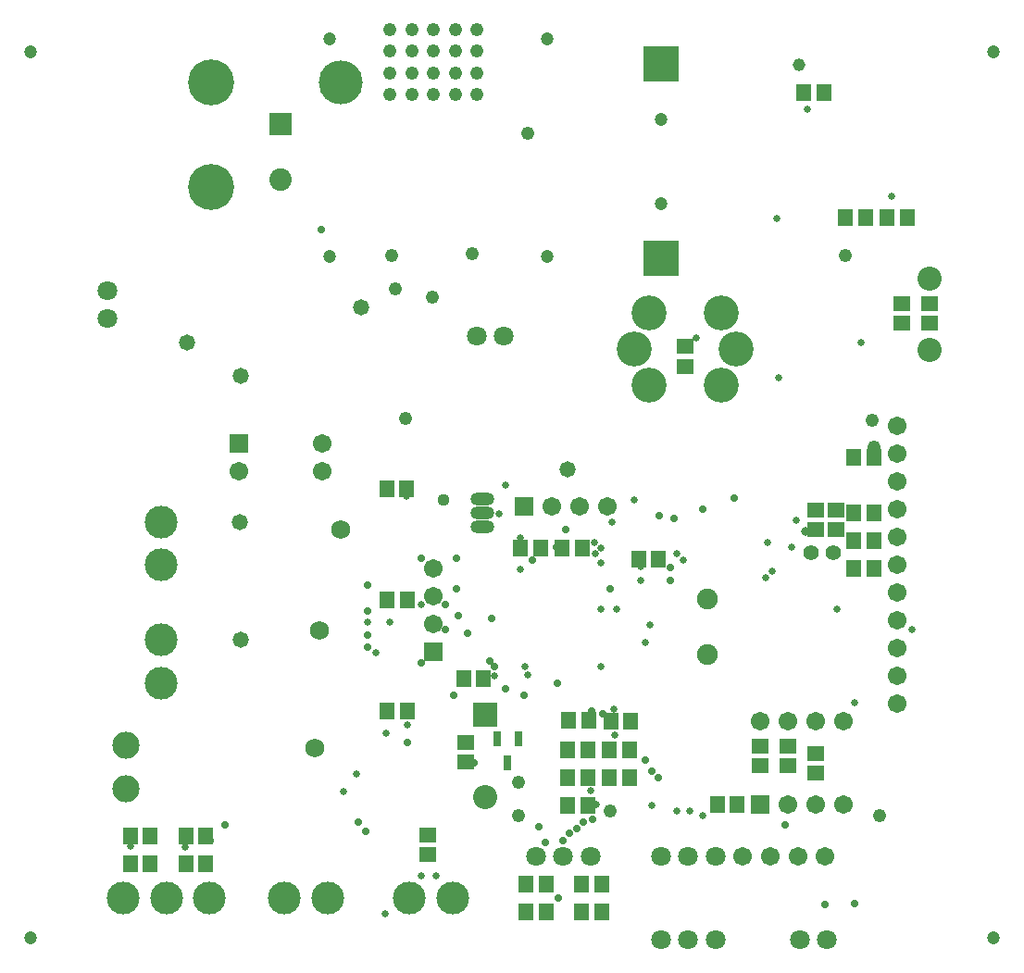
<source format=gbs>
%FSLAX25Y25*%
%MOIN*%
G70*
G01*
G75*
G04 Layer_Color=16711935*
%ADD10R,0.04134X0.09449*%
%ADD11R,0.41929X0.35039*%
%ADD12R,0.01181X0.05906*%
%ADD13R,0.05906X0.01181*%
%ADD14R,0.04724X0.05512*%
%ADD15R,0.07874X0.03937*%
%ADD16O,0.02756X0.09843*%
%ADD17R,0.02362X0.04528*%
%ADD18R,0.11221X0.08465*%
%ADD19R,0.08465X0.11221*%
%ADD20R,0.12992X0.09449*%
%ADD21R,0.03937X0.09449*%
%ADD22O,0.02362X0.08858*%
%ADD23O,0.08858X0.02362*%
%ADD24R,0.06693X0.06693*%
%ADD25R,0.05512X0.04724*%
%ADD26R,0.06693X0.06693*%
%ADD27O,0.00984X0.06102*%
%ADD28O,0.06102X0.00984*%
%ADD29R,0.23228X0.21654*%
%ADD30R,0.07087X0.03543*%
%ADD31R,0.20276X0.09252*%
%ADD32C,0.01000*%
%ADD33C,0.02500*%
%ADD34C,0.02000*%
%ADD35C,0.05000*%
%ADD36C,0.15000*%
%ADD37C,0.10000*%
%ADD38C,0.01500*%
%ADD39C,0.07874*%
%ADD40C,0.06299*%
%ADD41R,0.05906X0.05906*%
%ADD42C,0.05906*%
%ADD43C,0.11000*%
%ADD44C,0.15748*%
%ADD45R,0.05906X0.05906*%
%ADD46C,0.03937*%
%ADD47C,0.07284*%
%ADD48R,0.07284X0.07284*%
%ADD49O,0.07874X0.03937*%
%ADD50O,0.07874X0.03937*%
%ADD51C,0.11811*%
%ADD52C,0.04724*%
%ADD53R,0.07874X0.07874*%
%ADD54C,0.07874*%
%ADD55C,0.06693*%
%ADD56C,0.09000*%
%ADD57C,0.02000*%
%ADD58C,0.04000*%
%ADD59C,0.01800*%
%ADD60C,0.05000*%
%ADD61C,0.06000*%
%ADD62C,0.03800*%
%ADD63C,0.02500*%
%ADD64C,0.03600*%
%ADD65C,0.15000*%
%ADD66R,0.11811X0.11811*%
%ADD67C,0.02362*%
%ADD68C,0.00984*%
%ADD69C,0.00787*%
%ADD70C,0.00800*%
%ADD71R,0.04934X0.10249*%
%ADD72R,0.42729X0.35839*%
%ADD73R,0.01981X0.06706*%
%ADD74R,0.06706X0.01981*%
%ADD75R,0.05524X0.06312*%
%ADD76R,0.08674X0.04737*%
%ADD77O,0.03556X0.10642*%
%ADD78R,0.03162X0.05328*%
%ADD79R,0.12020X0.09265*%
%ADD80R,0.09265X0.12020*%
%ADD81R,0.13792X0.10249*%
%ADD82R,0.04737X0.10249*%
%ADD83O,0.03162X0.09658*%
%ADD84O,0.09658X0.03162*%
%ADD85R,0.07493X0.07493*%
%ADD86R,0.06312X0.05524*%
%ADD87R,0.07493X0.07493*%
%ADD88O,0.01784X0.06902*%
%ADD89O,0.06902X0.01784*%
%ADD90R,0.24028X0.22453*%
%ADD91R,0.07887X0.04343*%
%ADD92R,0.21076X0.10052*%
%ADD93C,0.07099*%
%ADD94R,0.06706X0.06706*%
%ADD95C,0.06706*%
%ADD96C,0.11800*%
%ADD97C,0.16548*%
%ADD98R,0.06706X0.06706*%
%ADD99C,0.04737*%
%ADD100C,0.08083*%
%ADD101R,0.08083X0.08083*%
%ADD102O,0.08674X0.04737*%
%ADD103O,0.08674X0.04737*%
%ADD104C,0.12611*%
%ADD105C,0.05524*%
%ADD106R,0.08674X0.08674*%
%ADD107C,0.08674*%
%ADD108C,0.07493*%
%ADD109C,0.09800*%
%ADD110C,0.02800*%
%ADD111C,0.04800*%
%ADD112C,0.02600*%
%ADD113C,0.05800*%
%ADD114C,0.06800*%
%ADD115C,0.04600*%
%ADD116C,0.03300*%
%ADD117C,0.04400*%
%ADD118C,0.15800*%
%ADD119R,0.12611X0.12611*%
D75*
X207067Y156201D02*
D03*
X214154D02*
D03*
X216454Y94101D02*
D03*
X209367D02*
D03*
X319154Y188701D02*
D03*
X312067D02*
D03*
X319154Y148701D02*
D03*
X312067D02*
D03*
X319154Y158701D02*
D03*
X312067D02*
D03*
X319154Y168701D02*
D03*
X312067D02*
D03*
X199154Y156201D02*
D03*
X192067D02*
D03*
X270054Y63701D02*
D03*
X262967D02*
D03*
X171516Y109000D02*
D03*
X178602D02*
D03*
X241602Y152000D02*
D03*
X234516D02*
D03*
X331102Y275000D02*
D03*
X324016D02*
D03*
X294016Y320000D02*
D03*
X301102D02*
D03*
X309016Y275000D02*
D03*
X316102D02*
D03*
X214016Y35000D02*
D03*
X221102D02*
D03*
X201102Y35000D02*
D03*
X194016D02*
D03*
X201102Y25000D02*
D03*
X194016D02*
D03*
X214016Y25000D02*
D03*
X221102D02*
D03*
X231102Y73500D02*
D03*
X224016D02*
D03*
X209016Y73500D02*
D03*
X216102D02*
D03*
X216102Y83500D02*
D03*
X209016D02*
D03*
X216102Y63500D02*
D03*
X209016D02*
D03*
X224016Y83500D02*
D03*
X231102D02*
D03*
X224567Y93701D02*
D03*
X231654D02*
D03*
X51516Y42500D02*
D03*
X58602D02*
D03*
X71516D02*
D03*
X78602D02*
D03*
X71516Y52500D02*
D03*
X78602D02*
D03*
X51516D02*
D03*
X58602D02*
D03*
X150854Y177301D02*
D03*
X143767D02*
D03*
X151102Y97500D02*
D03*
X144016D02*
D03*
X151102Y137500D02*
D03*
X144016D02*
D03*
D78*
X183671Y87479D02*
D03*
X191151D02*
D03*
X187411Y78620D02*
D03*
D86*
X158510Y52844D02*
D03*
Y45757D02*
D03*
X278110Y84744D02*
D03*
Y77658D02*
D03*
X288110Y84744D02*
D03*
Y77658D02*
D03*
X298110Y82244D02*
D03*
Y75157D02*
D03*
X298110Y162657D02*
D03*
Y169744D02*
D03*
X305610Y162657D02*
D03*
Y169744D02*
D03*
X172411Y79006D02*
D03*
Y86093D02*
D03*
X251310Y221557D02*
D03*
Y228644D02*
D03*
X329311Y237106D02*
D03*
Y244193D02*
D03*
X339311Y244193D02*
D03*
Y237106D02*
D03*
D93*
X185953Y232501D02*
D03*
X176110D02*
D03*
X43110Y248701D02*
D03*
Y238858D02*
D03*
X242559Y45000D02*
D03*
X252402D02*
D03*
X262244D02*
D03*
X242559Y15000D02*
D03*
X252402D02*
D03*
X262244D02*
D03*
X197559Y45000D02*
D03*
X207402D02*
D03*
X217244D02*
D03*
X292559Y15000D02*
D03*
X302402D02*
D03*
D94*
X193110Y171201D02*
D03*
X90610Y193701D02*
D03*
D95*
X203110Y171201D02*
D03*
X213110D02*
D03*
X223110D02*
D03*
X308110Y93701D02*
D03*
X298110D02*
D03*
X288110D02*
D03*
X278110D02*
D03*
X308110Y63701D02*
D03*
X298110D02*
D03*
X288110D02*
D03*
X90610Y183701D02*
D03*
X120610Y193701D02*
D03*
Y183701D02*
D03*
X160610Y128701D02*
D03*
Y138701D02*
D03*
Y148701D02*
D03*
X301614Y45000D02*
D03*
X291772D02*
D03*
X281929D02*
D03*
X272087D02*
D03*
X327559Y200000D02*
D03*
Y190000D02*
D03*
Y180000D02*
D03*
Y170000D02*
D03*
Y140000D02*
D03*
Y160000D02*
D03*
Y150000D02*
D03*
Y130000D02*
D03*
Y120000D02*
D03*
Y110000D02*
D03*
Y100000D02*
D03*
D96*
X48878Y30000D02*
D03*
X64469D02*
D03*
X80059D02*
D03*
X151969D02*
D03*
X167559D02*
D03*
X62559Y165591D02*
D03*
Y150000D02*
D03*
X122559Y30000D02*
D03*
X106969D02*
D03*
X62559Y107500D02*
D03*
Y123091D02*
D03*
D97*
X80610Y286201D02*
D03*
Y323602D02*
D03*
D98*
X278110Y63701D02*
D03*
X160610Y118701D02*
D03*
D99*
X201496Y261240D02*
D03*
Y339587D02*
D03*
X123150Y261240D02*
D03*
X242510Y310501D02*
D03*
Y280186D02*
D03*
X15748Y15748D02*
D03*
X362205Y15748D02*
D03*
X15748Y334646D02*
D03*
X362205D02*
D03*
X123100Y339600D02*
D03*
D100*
X105610Y288701D02*
D03*
D101*
Y308701D02*
D03*
D102*
X178110Y163701D02*
D03*
Y173701D02*
D03*
D103*
Y168701D02*
D03*
D104*
X238365Y214756D02*
D03*
X264255Y240646D02*
D03*
X238365D02*
D03*
X233003Y227701D02*
D03*
X264255Y214756D02*
D03*
X269617Y227701D02*
D03*
D105*
X304547Y154547D02*
D03*
X296673D02*
D03*
D106*
X179310Y96262D02*
D03*
D107*
Y66340D02*
D03*
X339311Y253150D02*
D03*
Y227559D02*
D03*
D108*
X259310Y137701D02*
D03*
Y117701D02*
D03*
D109*
X50059Y69410D02*
D03*
Y85000D02*
D03*
D110*
X246000Y149200D02*
D03*
X245800Y144300D02*
D03*
X241900Y167800D02*
D03*
X214759Y57600D02*
D03*
X212359Y55200D02*
D03*
X217959Y58400D02*
D03*
X164910Y135701D02*
D03*
X120110Y270901D02*
D03*
X151310Y86101D02*
D03*
X287310Y56501D02*
D03*
X80110Y50901D02*
D03*
X85710Y56501D02*
D03*
X172910Y125301D02*
D03*
X169710Y131701D02*
D03*
X168910Y141301D02*
D03*
X241710Y73301D02*
D03*
X239310Y75701D02*
D03*
X257710Y170101D02*
D03*
X208110Y162901D02*
D03*
X247310Y166901D02*
D03*
X204910Y156501D02*
D03*
X168910Y152501D02*
D03*
X181710Y130901D02*
D03*
X156109Y152500D02*
D03*
X165096Y126748D02*
D03*
X167810Y103201D02*
D03*
X186510Y105301D02*
D03*
X175310Y78901D02*
D03*
X205138Y107473D02*
D03*
X181008Y115475D02*
D03*
X182510Y113301D02*
D03*
X136110Y54101D02*
D03*
X156110Y114901D02*
D03*
X193257Y103248D02*
D03*
X198510Y55701D02*
D03*
X200910Y50101D02*
D03*
X205710Y30101D02*
D03*
X207310Y50901D02*
D03*
X209710Y53301D02*
D03*
X217710Y97301D02*
D03*
X236910Y79701D02*
D03*
X133710Y57301D02*
D03*
X136910Y120501D02*
D03*
Y142901D02*
D03*
X137057Y124648D02*
D03*
X136910Y133301D02*
D03*
X196110Y151701D02*
D03*
X224110Y141301D02*
D03*
X268910Y174101D02*
D03*
X221710Y96501D02*
D03*
X312359Y28000D02*
D03*
X301710Y27701D02*
D03*
D111*
X146809Y249600D02*
D03*
X224359Y61600D02*
D03*
X160359Y246400D02*
D03*
X174510Y262101D02*
D03*
X194510Y305301D02*
D03*
X150510Y202901D02*
D03*
X144910Y342901D02*
D03*
X152784D02*
D03*
X160658D02*
D03*
X168532D02*
D03*
X176406D02*
D03*
X144910Y335027D02*
D03*
X152784D02*
D03*
X160658D02*
D03*
X168532D02*
D03*
X176406D02*
D03*
X144910Y327153D02*
D03*
X152784D02*
D03*
X160658D02*
D03*
X168532D02*
D03*
X176406D02*
D03*
X144910Y319279D02*
D03*
X152784D02*
D03*
X160658D02*
D03*
X168532D02*
D03*
X176406D02*
D03*
X321110Y59701D02*
D03*
X191151Y71742D02*
D03*
X191110Y59701D02*
D03*
X318510Y202101D02*
D03*
X319310Y192501D02*
D03*
X145710Y261301D02*
D03*
X309016Y261406D02*
D03*
D112*
X194759Y110400D02*
D03*
X225959Y88750D02*
D03*
X140054Y118400D02*
D03*
X284110Y274901D02*
D03*
X151310Y92501D02*
D03*
X156110Y135701D02*
D03*
X132910Y74901D02*
D03*
X236910Y122101D02*
D03*
X332910Y126901D02*
D03*
X255310Y231701D02*
D03*
X238510Y128501D02*
D03*
X248110Y154101D02*
D03*
X250510Y151701D02*
D03*
X289710Y156501D02*
D03*
X291310Y166101D02*
D03*
X218510Y158101D02*
D03*
X280910D02*
D03*
X282510Y147701D02*
D03*
X218939Y154101D02*
D03*
X280110Y145301D02*
D03*
X220910Y156101D02*
D03*
X224910Y165301D02*
D03*
X232910Y173301D02*
D03*
X305810Y134001D02*
D03*
X307310Y162901D02*
D03*
X284910Y217301D02*
D03*
X325710Y282901D02*
D03*
X295354Y314252D02*
D03*
X257710Y59701D02*
D03*
X248110Y61301D02*
D03*
X252910D02*
D03*
X239109Y63500D02*
D03*
X143439Y89429D02*
D03*
X128110Y68501D02*
D03*
X161710Y38101D02*
D03*
X156110D02*
D03*
X145039Y129429D02*
D03*
X220910Y134101D02*
D03*
X226510D02*
D03*
X182646Y110236D02*
D03*
X220910Y113301D02*
D03*
X192067Y148544D02*
D03*
X184110Y168501D02*
D03*
X186510Y178901D02*
D03*
X192067Y159658D02*
D03*
X314510Y230101D02*
D03*
X225710Y98101D02*
D03*
X312110Y100501D02*
D03*
X220886Y150876D02*
D03*
X235310Y144501D02*
D03*
Y149301D02*
D03*
X51516Y48706D02*
D03*
X71310Y48501D02*
D03*
X143310Y24501D02*
D03*
X150854Y174901D02*
D03*
X136910Y129301D02*
D03*
X217110Y68701D02*
D03*
X219110Y63701D02*
D03*
X193710Y113301D02*
D03*
D113*
X134510Y242901D02*
D03*
X72068Y230101D02*
D03*
X91310Y218101D02*
D03*
X91120Y123091D02*
D03*
X91021Y165591D02*
D03*
X208988Y184501D02*
D03*
D114*
X127310Y162901D02*
D03*
X119686Y126476D02*
D03*
X117986Y83976D02*
D03*
D115*
X292211Y330000D02*
D03*
D116*
X294510Y162101D02*
D03*
D117*
X164110Y173301D02*
D03*
D118*
X127310Y323602D02*
D03*
D119*
X242510Y260501D02*
D03*
Y330501D02*
D03*
M02*

</source>
